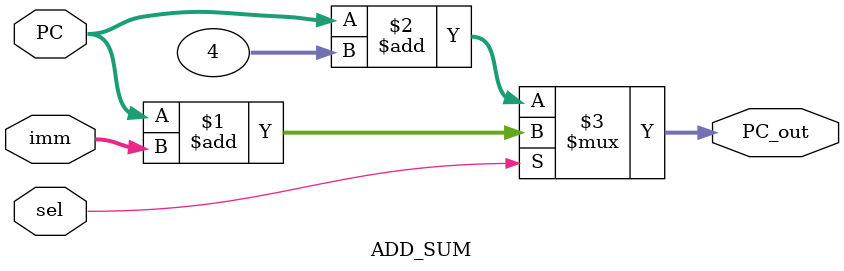
<source format=sv>
`include "define.sv"

module ADD_SUM (
    input logic sel,
    input logic [31:0] PC,
    input logic [31:0] imm,
    output logic [31:0] PC_out
);

assign PC_out = (sel) ? (PC + imm) : (PC + 32'd4);

endmodule
</source>
